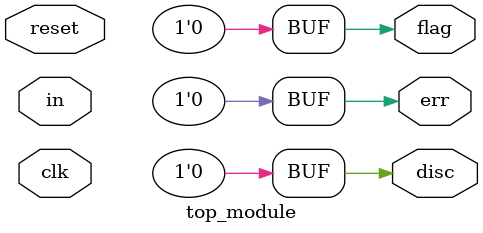
<source format=sv>
module top_module (
    input clk,
    input reset,
    input in,
    output reg disc,
    output reg flag,
    output reg err);

    reg [2:0] state;
    reg [2:0] next_state;
    reg [5:0] count;

    parameter S0 = 3'b000;
    parameter S1 = 3'b001;
    parameter S2 = 3'b010;
    parameter S3 = 3'b011;
    parameter S4 = 3'b100;

    always @(posedge clk or posedge reset) begin
        if (reset) begin
            state <= S0;
            count <= 0;
        end
        else begin
            state <= next_state;
            count <= count + 1;
        end
    end

    always @(state, in, count) begin
        case (state)
            S0: begin
                disc = 0;
                flag = 0;
                err = 0;
                if (in) begin
                    next_state = S1;
                    count <= 1;
                end
                else begin
                    next_state = S0;
                    count <= 0;
                end
            end
            S1: begin
                disc = 0;
                flag = 0;
                err = 0;
                if (in) begin
                    next_state = S1;
                    count <= count + 1;
                end
                else begin
                    next_state = S2;
                    count <= 0;
                end
            end
            S2: begin
                disc = 0;
                flag = 0;
                err = 0;
                if (in) begin
                    next_state = S1;
                    count <= count + 1;
                end
                else if (count >= 5) begin
                    next_state = S3;
                    count <= 0;
                end
                else begin
                    next_state = S0;
                    count <= 0;
                end
            end
            S3: begin
                disc = 0;
                flag = 0;
                err = 0;
                if (in) begin
                    next_state = S4;
                    count <= 0;
                end
                else begin
                    next_state = S0;
                    count <= 0;
                end
            end
            S4: begin
                disc = 0;
                flag = 0;
                err = 0;
                if (in) begin
                    next_state = S1;
                    count <= 1;
                end
                else begin
                    next_state = S3;
                    count <= 0;
                end
            end
            default: begin
                disc = 0;
                flag = 0;
                err = 0;
                next_state = S0;
                count <= 0;
            end
        endcase
    end
endmodule

</source>
